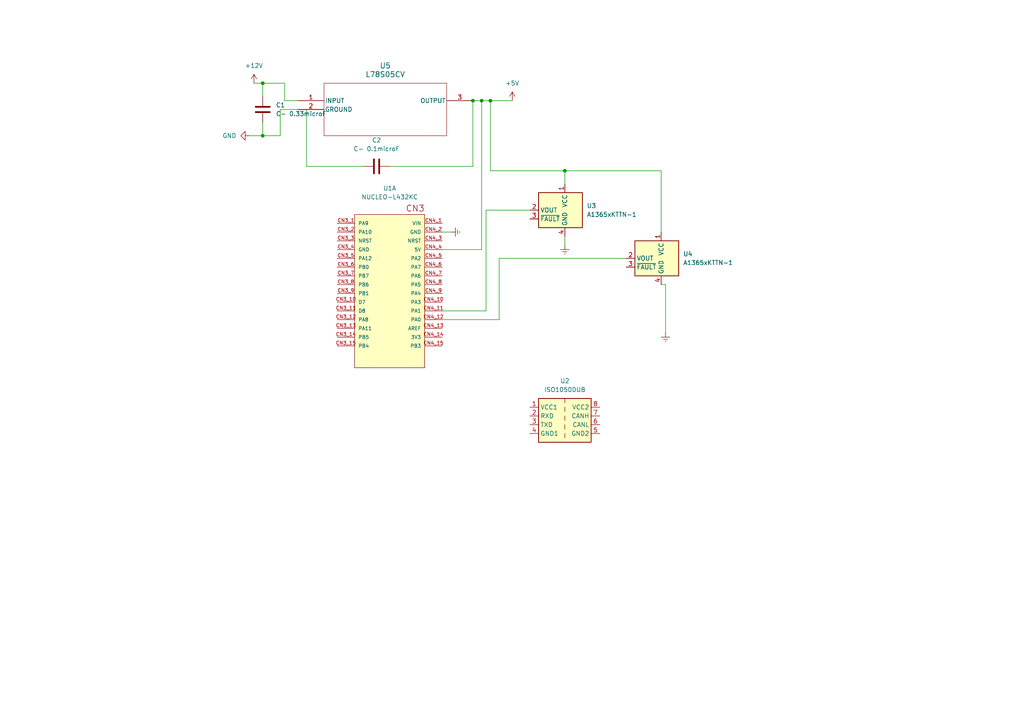
<source format=kicad_sch>
(kicad_sch (version 20230121) (generator eeschema)
  (paper "A4")
  (lib_symbols
    (symbol "1FS_2_Global_Symbol_Library:NUCLEO-L432KC" (pin_names (offset 1.016))
      (property "Reference" "U" (at 10.16 21.082 0))
      (property "Value" "NUCLEO-L432KC" (at -7.62 -25.4 0))
      (symbol "NUCLEO-L432KC_1_0"
        (rectangle (start -10.16 17.78) (end 10.16 -26.67) (stroke (width 0.1524)) (fill (type background)))
        (text "CN3" (at 10.16 18.542 0) (effects (font (size 1.778 1.778)) (justify right bottom)))
        (pin bidirectional line (at -15.24 15.24 0) (length 5.08) (name "PA9") (number "CN3_1"))
        (pin bidirectional line (at -15.24 -12.7 0) (length 5.08) (name "PA8") (number "CN3_12"))
        (pin bidirectional line (at -15.24 -15.24 0) (length 5.08) (name "PA11") (number "CN3_13"))
        (pin bidirectional line (at -15.24 -17.78 0) (length 5.08) (name "PB5") (number "CN3_14"))
        (pin bidirectional line (at -15.24 -20.32 0) (length 5.08) (name "PB4") (number "CN3_15"))
        (pin bidirectional line (at -15.24 12.7 0) (length 5.08) (name "PA10") (number "CN3_2"))
        (pin bidirectional line (at -15.24 5.08 0) (length 5.08) (name "PA12") (number "CN3_5"))
        (pin bidirectional line (at -15.24 2.54 0) (length 5.08) (name "PB0") (number "CN3_6"))
        (pin bidirectional line (at -15.24 0 0) (length 5.08) (name "PB7") (number "CN3_7"))
        (pin bidirectional line (at -15.24 -2.54 0) (length 5.08) (name "PB6") (number "CN3_8"))
        (pin bidirectional line (at -15.24 -5.08 0) (length 5.08) (name "PB1") (number "CN3_9"))
      )
      (symbol "NUCLEO-L432KC_1_1"
        (pin bidirectional line (at -15.24 -7.62 0) (length 5.08) (name "D7") (number "CN3_10"))
        (pin bidirectional line (at -15.24 -10.16 0) (length 5.08) (name "D8") (number "CN3_11"))
        (pin bidirectional line (at -15.24 10.16 0) (length 5.08) (name "NRST") (number "CN3_3"))
        (pin power_in line (at -15.24 7.62 0) (length 5.08) (name "GND") (number "CN3_4"))
        (pin power_in line (at 15.24 15.24 180) (length 5.08) (name "VIN") (number "CN4_1"))
        (pin bidirectional line (at 15.24 -7.62 180) (length 5.08) (name "PA3") (number "CN4_10"))
        (pin bidirectional line (at 15.24 -10.16 180) (length 5.08) (name "PA1") (number "CN4_11"))
        (pin bidirectional line (at 15.24 -12.7 180) (length 5.08) (name "PA0") (number "CN4_12"))
        (pin bidirectional line (at 15.24 -15.24 180) (length 5.08) (name "AREF") (number "CN4_13"))
        (pin power_out line (at 15.24 -17.78 180) (length 5.08) (name "3V3") (number "CN4_14"))
        (pin bidirectional line (at 15.24 -20.32 180) (length 5.08) (name "PB3") (number "CN4_15"))
        (pin power_in line (at 15.24 12.7 180) (length 5.08) (name "GND") (number "CN4_2"))
        (pin bidirectional line (at 15.24 10.16 180) (length 5.08) (name "NRST") (number "CN4_3"))
        (pin power_out line (at 15.24 7.62 180) (length 5.08) (name "5V") (number "CN4_4"))
        (pin bidirectional line (at 15.24 5.08 180) (length 5.08) (name "PA2") (number "CN4_5"))
        (pin bidirectional line (at 15.24 2.54 180) (length 5.08) (name "PA7") (number "CN4_6"))
        (pin bidirectional line (at 15.24 0 180) (length 5.08) (name "PA6") (number "CN4_7"))
        (pin bidirectional line (at 15.24 -2.54 180) (length 5.08) (name "PA5") (number "CN4_8"))
        (pin bidirectional line (at 15.24 -5.08 180) (length 5.08) (name "PA4") (number "CN4_9"))
      )
      (symbol "NUCLEO-L432KC_2_0"
        (rectangle (start -10.16 -17.78) (end 10.16 17.78) (stroke (width 0.1524)) (fill (type background)))
        (text "CN4" (at -10.16 18.542 0) (effects (font (size 1.778 1.778)) (justify left bottom)))
        (pin input line (at -15.24 7.62 0) (length 5.08) (name "VIN") (number "CN4_1"))
        (pin bidirectional line (at -15.24 -10.16 0) (length 5.08) (name "PA3") (number "CN4_10"))
        (pin bidirectional line (at -15.24 -5.08 0) (length 5.08) (name "PA1") (number "CN4_11"))
        (pin bidirectional line (at -15.24 -2.54 0) (length 5.08) (name "PA0") (number "CN4_12"))
        (pin bidirectional line (at 15.24 7.62 180) (length 5.08) (name "AREF") (number "CN4_13"))
        (pin power_in line (at 15.24 12.7 180) (length 5.08) (name "+3V3") (number "CN4_14"))
        (pin bidirectional line (at 15.24 2.54 180) (length 5.08) (name "PB3") (number "CN4_15"))
        (pin power_in line (at 15.24 -15.24 180) (length 5.08) (name "GND_CN4") (number "CN4_2"))
        (pin bidirectional line (at -15.24 2.54 0) (length 5.08) (name "NRST_CN4") (number "CN4_3"))
        (pin power_in line (at 15.24 15.24 180) (length 5.08) (name "+5V") (number "CN4_4"))
        (pin bidirectional line (at -15.24 -7.62 0) (length 5.08) (name "PA2") (number "CN4_5"))
        (pin bidirectional line (at 15.24 -10.16 180) (length 5.08) (name "PA7") (number "CN4_6"))
        (pin bidirectional line (at 15.24 -7.62 180) (length 5.08) (name "PA6") (number "CN4_7"))
        (pin bidirectional line (at 15.24 -5.08 180) (length 5.08) (name "PA5") (number "CN4_8"))
        (pin bidirectional line (at 15.24 -2.54 180) (length 5.08) (name "PA4") (number "CN4_9"))
      )
      (symbol "NUCLEO-L432KC_2_1"
        (pin bidirectional line (at 17.78 6.35 180) (length 5.08) (name "PA2") (number "-UB"))
      )
    )
    (symbol "Device:C" (pin_numbers hide) (pin_names (offset 0.254))
      (property "Reference" "C" (at 0.635 2.54 0))
      (property "Value" "C" (at 0.635 -2.54 0))
      (symbol "C_0_1"
        (polyline (pts (xy -2.032 -0.762) (xy 2.032 -0.762)) (stroke (width 0.508)))
        (polyline (pts (xy -2.032 0.762) (xy 2.032 0.762)) (stroke (width 0.508)))
      )
      (symbol "C_1_1"
        (pin passive line (at 0 3.81 270) (length 2.794) (name "~") (number "1"))
        (pin passive line (at 0 -3.81 90) (length 2.794) (name "~") (number "2"))
      )
    )
    (symbol "Interface_CAN_LIN:ISO1050DUB"
      (property "Reference" "U" (at -6.35 6.35 0))
      (property "Value" "ISO1050DUB" (at 2.54 6.35 0))
      (symbol "ISO1050DUB_0_1"
        (rectangle (start -7.62 5.08) (end 7.62 -7.62) (stroke (width 0.254)) (fill (type background)))
        (polyline (pts (xy 0 -5.08) (xy 0 -6.35)))
        (polyline (pts (xy 0 -2.54) (xy 0 -3.81)))
        (polyline (pts (xy 0 0) (xy 0 -1.27)))
        (polyline (pts (xy 0 2.54) (xy 0 1.27)))
        (polyline (pts (xy 0 5.08) (xy 0 3.81)))
      )
      (symbol "ISO1050DUB_1_1"
        (pin power_in line (at -10.16 2.54 0) (length 2.54) (name "VCC1") (number "1"))
        (pin output line (at -10.16 0 0) (length 2.54) (name "RXD") (number "2"))
        (pin input line (at -10.16 -2.54 0) (length 2.54) (name "TXD") (number "3"))
        (pin power_in line (at -10.16 -5.08 0) (length 2.54) (name "GND1") (number "4"))
        (pin power_in line (at 10.16 -5.08 180) (length 2.54) (name "GND2") (number "5"))
        (pin bidirectional line (at 10.16 -2.54 180) (length 2.54) (name "CANL") (number "6"))
        (pin bidirectional line (at 10.16 0 180) (length 2.54) (name "CANH") (number "7"))
        (pin power_in line (at 10.16 2.54 180) (length 2.54) (name "VCC2") (number "8"))
      )
    )
    (symbol "Regulator_Linear:L78S05CV" (pin_names (offset 0.254))
      (property "Reference" "U" (at 25.4 10.16 0))
      (property "Value" "L78S05CV" (at 25.4 7.62 0))
      (symbol "L78S05CV_0_1"
        (polyline (pts (xy 7.62 -10.16) (xy 43.18 -10.16)) (stroke (width 0.127)))
        (polyline (pts (xy 7.62 5.08) (xy 7.62 -10.16)) (stroke (width 0.127)))
        (polyline (pts (xy 43.18 -10.16) (xy 43.18 5.08)) (stroke (width 0.127)))
        (polyline (pts (xy 43.18 5.08) (xy 7.62 5.08)) (stroke (width 0.127)))
        (pin input line (at 0 0 0) (length 7.62) (name "INPUT") (number "1"))
        (pin power_out line (at 0 -2.54 0) (length 7.62) (name "GROUND") (number "2"))
        (pin output line (at 50.8 0 180) (length 7.62) (name "OUTPUT") (number "3"))
      )
    )
    (symbol "Sensor_Current:A1365xKTTN-1"
      (property "Reference" "U" (at 8.89 6.35 0))
      (property "Value" "A1365xKTTN-1" (at 8.89 3.81 0))
      (symbol "A1365xKTTN-1_0_1"
        (rectangle (start -5.08 5.08) (end 7.62 -5.08) (stroke (width 0.254)) (fill (type background)))
      )
      (symbol "A1365xKTTN-1_1_1"
        (pin power_in line (at 0 7.62 270) (length 2.54) (name "VCC") (number "1"))
        (pin output line (at 10.16 0 180) (length 2.54) (name "VOUT") (number "2"))
        (pin output line (at 10.16 -2.54 180) (length 2.54) (name "~{FAULT}") (number "3"))
        (pin power_in line (at 0 -7.62 90) (length 2.54) (name "GND") (number "4"))
      )
    )
    (symbol "power:+12V" (power) (pin_names (offset 0))
      (property "Value" "+12V" (at 0 3.556 0))
      (symbol "+12V_0_1"
        (polyline (pts (xy -0.762 1.27) (xy 0 2.54)))
        (polyline (pts (xy 0 0) (xy 0 2.54)))
        (polyline (pts (xy 0 2.54) (xy 0.762 1.27)))
      )
      (symbol "+12V_1_1"
        (pin power_in line (at 0 0 90) (length 0) hide (name "+12V") (number "1"))
      )
    )
    (symbol "power:+5V" (power) (pin_names (offset 0))
      (property "Value" "+5V" (at 0 3.556 0))
      (symbol "+5V_0_1"
        (polyline (pts (xy -0.762 1.27) (xy 0 2.54)))
        (polyline (pts (xy 0 0) (xy 0 2.54)))
        (polyline (pts (xy 0 2.54) (xy 0.762 1.27)))
      )
      (symbol "+5V_1_1"
        (pin power_in line (at 0 0 90) (length 0) hide (name "+5V") (number "1"))
      )
    )
    (symbol "power:Earth" (power) (pin_names (offset 0))
      (symbol "Earth_0_1"
        (polyline (pts (xy -0.635 -1.905) (xy 0.635 -1.905)))
        (polyline (pts (xy -0.127 -2.54) (xy 0.127 -2.54)))
        (polyline (pts (xy 0 -1.27) (xy 0 0)))
        (polyline (pts (xy 1.27 -1.27) (xy -1.27 -1.27)))
      )
      (symbol "Earth_1_1"
        (pin power_in line (at 0 0 270) (length 0) hide (name "Earth") (number "1"))
      )
    )
    (symbol "power:GND" (power) (pin_names (offset 0))
      (property "Value" "GND" (at 0 -3.81 0))
      (symbol "GND_0_1"
        (polyline (pts (xy 0 0) (xy 0 -1.27) (xy 1.27 -1.27) (xy 0 -2.54) (xy -1.27 -1.27) (xy 0 -1.27)))
      )
      (symbol "GND_1_1"
        (pin power_in line (at 0 0 270) (length 0) hide (name "GND") (number "1"))
      )
    )
  )
  (junction (at 76.2 39.37))
  (junction (at 139.7 29.21))
  (junction (at 163.83 49.53))
  (junction (at 137.16 29.21))
  (junction (at 142.24 29.21))
  (junction (at 76.2 24.13))
  (wire (pts (xy 163.83 49.53) (xy 191.77 49.53)))
  (wire (pts (xy 140.97 60.96) (xy 140.97 90.17)))
  (wire (pts (xy 82.55 29.21) (xy 86.36 29.21)))
  (wire (pts (xy 163.83 68.58) (xy 163.83 71.12)))
  (wire (pts (xy 128.27 67.31) (xy 130.81 67.31)))
  (wire (pts (xy 88.9 31.75) (xy 88.9 48.26)))
  (wire (pts (xy 144.78 74.93) (xy 144.78 92.71)))
  (wire (pts (xy 76.2 35.56) (xy 76.2 39.37)))
  (wire (pts (xy 134.62 29.21) (xy 137.16 29.21)))
  (wire (pts (xy 142.24 49.53) (xy 163.83 49.53)))
  (wire (pts (xy 81.28 31.75) (xy 86.36 31.75)))
  (wire (pts (xy 137.16 48.26) (xy 137.16 29.21)))
  (wire (pts (xy 139.7 29.21) (xy 142.24 29.21)))
  (wire (pts (xy 73.66 24.13) (xy 76.2 24.13)))
  (wire (pts (xy 191.77 82.55) (xy 193.04 82.55)))
  (wire (pts (xy 128.27 72.39) (xy 139.7 72.39)))
  (wire (pts (xy 76.2 24.13) (xy 76.2 27.94)))
  (wire (pts (xy 153.67 60.96) (xy 140.97 60.96)))
  (wire (pts (xy 76.2 24.13) (xy 82.55 24.13)))
  (wire (pts (xy 81.28 39.37) (xy 81.28 31.75)))
  (wire (pts (xy 144.78 92.71) (xy 128.27 92.71)))
  (wire (pts (xy 163.83 49.53) (xy 163.83 53.34)))
  (wire (pts (xy 76.2 39.37) (xy 81.28 39.37)))
  (wire (pts (xy 181.61 74.93) (xy 144.78 74.93)))
  (wire (pts (xy 137.16 29.21) (xy 139.7 29.21)))
  (wire (pts (xy 191.77 49.53) (xy 191.77 67.31)))
  (wire (pts (xy 140.97 90.17) (xy 128.27 90.17)))
  (wire (pts (xy 82.55 24.13) (xy 82.55 29.21)))
  (wire (pts (xy 113.03 48.26) (xy 137.16 48.26)))
  (wire (pts (xy 72.39 39.37) (xy 76.2 39.37)))
  (wire (pts (xy 142.24 29.21) (xy 142.24 49.53)))
  (wire (pts (xy 193.04 82.55) (xy 193.04 96.52)))
  (wire (pts (xy 148.59 29.21) (xy 142.24 29.21)))
  (wire (pts (xy 88.9 48.26) (xy 105.41 48.26)))
  (wire (pts (xy 139.7 29.21) (xy 139.7 72.39)))
  (symbol (lib_id "Device:C") (at 109.22 48.26 90) (unit 1)
    (property "Reference" "C2" (at 109.22 40.64 90))
    (property "Value" "C- 0.1microF" (at 109.22 43.18 90))
  )
  (symbol (lib_id "power:Earth") (at 130.81 67.31 90) (unit 1)
    (property "Reference" "#PWR06" (effects hide))
    (property "Value" "Earth" (effects hide))
  )
  (symbol (lib_id "Sensor_Current:A1365xKTTN-1") (at 163.83 60.96 0) (mirror y) (unit 1)
    (property "Reference" "U3" (at 170.18 59.69 0) (effects (justify right)))
    (property "Value" "A1365xKTTN-1" (at 170.18 62.23 0) (effects (justify right)))
    (property "Footprint" "Sensor_Current:Allegro_SIP-4" (effects hide))
    (property "Datasheet" "http://www.allegromicro.com/~/media/Files/Datasheets/A1365-Datasheet.ashx?la=en" (effects hide))
  )
  (symbol (lib_id "Regulator_Linear:L78S05CV") (at 86.36 29.21 0) (unit 1)
    (property "Reference" "U5" (at 111.76 19.05 0) (effects (font (size 1.524 1.524))))
    (property "Value" "L78S05CV" (at 111.76 21.59 0) (effects (font (size 1.524 1.524))))
    (property "Footprint" "TO-220_STM" (effects hide))
    (property "Datasheet" "L78S05CV" (effects hide))
  )
  (symbol (lib_id "power:Earth") (at 163.83 71.12 0) (unit 1)
    (property "Reference" "#PWR04" (effects hide))
    (property "Value" "Earth" (effects hide))
  )
  (symbol (lib_id "power:+5V") (at 148.59 29.21 0) (unit 1)
    (property "Reference" "#PWR03" (effects hide))
    (property "Value" "+5V" (at 148.59 24.13 0))
  )
  (symbol (lib_id "1FS_2_Global_Symbol_Library:NUCLEO-L432KC") (at 113.03 80.01 0) (unit 1)
    (property "Reference" "U1" (at 113.03 54.61 0))
    (property "Value" "NUCLEO-L432KC" (at 113.03 57.15 0))
    (property "Footprint" "NUCLEO-L432KC:MODULE_NUCLEO-L432KC" (effects hide))
    (property "PARTREV" "N/A" (effects hide))
    (property "STANDARD" "Manufacturer Recommendations" (effects hide))
    (property "MAXIMUM_PACKAGE_HEIGHT" "N/A" (effects hide))
    (property "MANUFACTURER" "ST Microelectronics" (effects hide))
  )
  (symbol (lib_id "power:+12V") (at 73.66 24.13 0) (unit 1)
    (property "Reference" "#PWR02" (effects hide))
    (property "Value" "+12V" (at 73.66 19.05 0))
  )
  (symbol (lib_id "power:GND") (at 72.39 39.37 270) (unit 1)
    (property "Reference" "#PWR01" (effects hide))
    (property "Value" "GND" (at 68.58 39.37 90) (effects (justify right)))
  )
  (symbol (lib_id "power:Earth") (at 193.04 96.52 0) (unit 1)
    (property "Reference" "#PWR05" (effects hide))
    (property "Value" "Earth" (effects hide))
  )
  (symbol (lib_id "Interface_CAN_LIN:ISO1050DUB") (at 163.83 120.65 0) (unit 1)
    (property "Reference" "U2" (at 163.83 110.49 0))
    (property "Value" "ISO1050DUB" (at 163.83 113.03 0))
    (property "Footprint" "Package_SO:SOP-8_6.62x9.15mm_P2.54mm" (effects hide))
    (property "Datasheet" "http://www.ti.com/lit/ds/symlink/iso1050.pdf" (effects hide))
  )
  (symbol (lib_id "Device:C") (at 76.2 31.75 0) (unit 1)
    (property "Reference" "C1" (at 80.01 30.48 0) (effects (justify left)))
    (property "Value" "C- 0.33microF" (at 80.01 33.02 0) (effects (justify left)))
  )
  (symbol (lib_id "Sensor_Current:A1365xKTTN-1") (at 191.77 74.93 0) (mirror y) (unit 1)
    (property "Reference" "U4" (at 198.12 73.66 0) (effects (justify right)))
    (property "Value" "A1365xKTTN-1" (at 198.12 76.2 0) (effects (justify right)))
    (property "Footprint" "Sensor_Current:Allegro_SIP-4" (effects hide))
    (property "Datasheet" "http://www.allegromicro.com/~/media/Files/Datasheets/A1365-Datasheet.ashx?la=en" (effects hide))
  )
)
</source>
